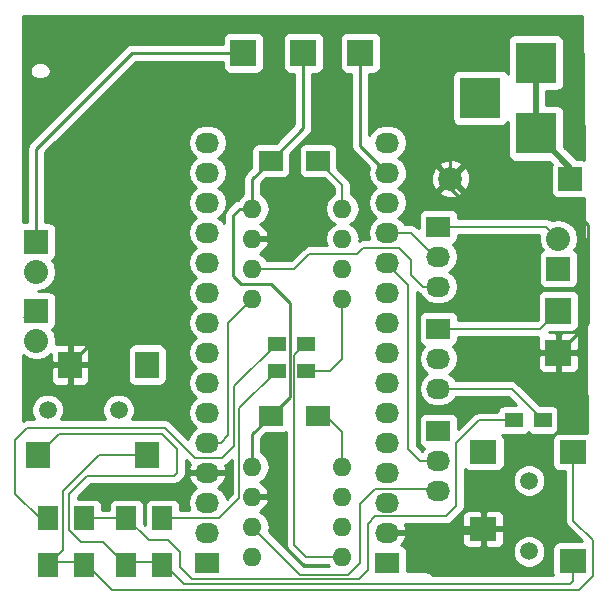
<source format=gtl>
G04 #@! TF.FileFunction,Copper,L1,Top,Signal*
%FSLAX46Y46*%
G04 Gerber Fmt 4.6, Leading zero omitted, Abs format (unit mm)*
G04 Created by KiCad (PCBNEW 4.0.4-stable) date 10/08/16 21:13:50*
%MOMM*%
%LPD*%
G01*
G04 APERTURE LIST*
%ADD10C,0.152400*%
%ADD11R,1.500000X1.250000*%
%ADD12C,1.998980*%
%ADD13R,1.998980X1.998980*%
%ADD14R,3.500120X3.500120*%
%ADD15R,2.032000X1.727200*%
%ADD16O,2.032000X1.727200*%
%ADD17R,2.032000X2.032000*%
%ADD18O,2.032000X2.032000*%
%ADD19R,2.235200X2.235200*%
%ADD20R,1.700000X2.000000*%
%ADD21R,2.000000X1.700000*%
%ADD22O,1.600000X1.600000*%
%ADD23R,2.000000X2.300000*%
%ADD24C,1.500000*%
%ADD25R,2.300000X2.000000*%
%ADD26C,0.254000*%
%ADD27C,0.127000*%
%ADD28C,0.500000*%
G04 APERTURE END LIST*
D10*
D11*
X156190000Y-99695000D03*
X153690000Y-99695000D03*
X136124000Y-93218000D03*
X133624000Y-93218000D03*
X136124000Y-95504000D03*
X133624000Y-95504000D03*
D12*
X148336000Y-79250540D03*
D13*
X158496000Y-79250540D03*
D14*
X155575000Y-75415140D03*
X155575000Y-69415660D03*
X150876000Y-72415400D03*
D15*
X147320000Y-91948000D03*
D16*
X147320000Y-94488000D03*
X147320000Y-97028000D03*
D15*
X147320000Y-100584000D03*
D16*
X147320000Y-103124000D03*
X147320000Y-105664000D03*
D15*
X147320000Y-83312000D03*
D16*
X147320000Y-85852000D03*
X147320000Y-88392000D03*
D17*
X113284000Y-84582000D03*
D18*
X113284000Y-87122000D03*
D17*
X113284000Y-90424000D03*
D18*
X113284000Y-92964000D03*
D19*
X157480000Y-90424000D03*
D17*
X157480000Y-86868000D03*
D18*
X157480000Y-84328000D03*
D20*
X120904000Y-107982000D03*
X120904000Y-111982000D03*
X117348000Y-107982000D03*
X117348000Y-111982000D03*
X114300000Y-107982000D03*
X114300000Y-111982000D03*
X123952000Y-107982000D03*
X123952000Y-111982000D03*
D21*
X137128000Y-99314000D03*
X133128000Y-99314000D03*
X137128000Y-77724000D03*
X133128000Y-77724000D03*
D19*
X130810000Y-68580000D03*
X135890000Y-68580000D03*
X140716000Y-68580000D03*
X157480000Y-93980000D03*
D22*
X131572000Y-103632000D03*
X131572000Y-106172000D03*
X131572000Y-108712000D03*
X131572000Y-111252000D03*
X139192000Y-111252000D03*
X139192000Y-108712000D03*
X139192000Y-106172000D03*
X139192000Y-103632000D03*
X131572000Y-81788000D03*
X131572000Y-84328000D03*
X131572000Y-86868000D03*
X131572000Y-89408000D03*
X139192000Y-89408000D03*
X139192000Y-86868000D03*
X139192000Y-84328000D03*
X139192000Y-81788000D03*
D15*
X127762000Y-111760000D03*
D16*
X127762000Y-109220000D03*
X127762000Y-106680000D03*
X127762000Y-104140000D03*
X127762000Y-101600000D03*
X127762000Y-99060000D03*
X127762000Y-96520000D03*
X127762000Y-93980000D03*
X127762000Y-91440000D03*
X127762000Y-88900000D03*
X127762000Y-86360000D03*
X127762000Y-83820000D03*
X127762000Y-81280000D03*
X127762000Y-78740000D03*
X127762000Y-76200000D03*
D15*
X143002000Y-111760000D03*
D16*
X143002000Y-109220000D03*
X143002000Y-106680000D03*
X143002000Y-104140000D03*
X143002000Y-101600000D03*
X143002000Y-99060000D03*
X143002000Y-96520000D03*
X143002000Y-93980000D03*
X143002000Y-91440000D03*
X143002000Y-88900000D03*
X143002000Y-86360000D03*
X143002000Y-83820000D03*
X143002000Y-81280000D03*
X143002000Y-78740000D03*
X143002000Y-76200000D03*
D23*
X122658000Y-94996000D03*
X113436000Y-102616000D03*
X122658000Y-102616000D03*
X116136000Y-94996000D03*
D24*
X114236000Y-98846000D03*
X120236000Y-98846000D03*
D25*
X151130000Y-102386000D03*
X158750000Y-111608000D03*
X158750000Y-102386000D03*
X151130000Y-108908000D03*
D24*
X154980000Y-110808000D03*
X154980000Y-104808000D03*
D26*
X113284000Y-84582000D02*
X113284000Y-76708000D01*
X121412000Y-68580000D02*
X130810000Y-68580000D01*
X113284000Y-76708000D02*
X121412000Y-68580000D01*
X140716000Y-68580000D02*
X140716000Y-76454000D01*
X140716000Y-76454000D02*
X143002000Y-78740000D01*
X141478000Y-68580000D02*
X141478000Y-69374000D01*
X135890000Y-68580000D02*
X135890000Y-74962000D01*
X135890000Y-74962000D02*
X133128000Y-77724000D01*
X133128000Y-99314000D02*
X133159500Y-99314000D01*
X133159500Y-99314000D02*
X134747000Y-97726500D01*
X130492500Y-81788000D02*
X131572000Y-81788000D01*
X129921000Y-82359500D02*
X130492500Y-81788000D01*
X129921000Y-87503000D02*
X129921000Y-82359500D01*
X130619500Y-88201500D02*
X129921000Y-87503000D01*
X133159500Y-88201500D02*
X130619500Y-88201500D01*
X134747000Y-89789000D02*
X133159500Y-88201500D01*
X134747000Y-97726500D02*
X134747000Y-89789000D01*
X131572000Y-81788000D02*
X131572000Y-79280000D01*
X131572000Y-79280000D02*
X133128000Y-77724000D01*
X131572000Y-103632000D02*
X131572000Y-100870000D01*
X131572000Y-100870000D02*
X133128000Y-99314000D01*
D10*
X147320000Y-83312000D02*
X156464000Y-83312000D01*
D27*
X156464000Y-83312000D02*
X157480000Y-84328000D01*
X147320000Y-85852000D02*
X147066000Y-85852000D01*
D10*
X147066000Y-85852000D02*
X145034000Y-83820000D01*
X145034000Y-83820000D02*
X142875000Y-83820000D01*
X147320000Y-103124000D02*
X145796000Y-103124000D01*
X145796000Y-103124000D02*
X144780000Y-102108000D01*
X144780000Y-102108000D02*
X144780000Y-88265000D01*
D27*
X144780000Y-88265000D02*
X142875000Y-86360000D01*
D10*
X147320000Y-91948000D02*
X155956000Y-91948000D01*
D27*
X155956000Y-91948000D02*
X157480000Y-90424000D01*
D10*
X122658000Y-102616000D02*
X118618000Y-102616000D01*
X115570000Y-110712000D02*
X114300000Y-111982000D01*
X115570000Y-105664000D02*
X115570000Y-110712000D01*
X118618000Y-102616000D02*
X115570000Y-105664000D01*
D27*
X158750000Y-102386000D02*
X158750000Y-108204000D01*
D10*
X158750000Y-108204000D02*
X160401000Y-109855000D01*
X160401000Y-109855000D02*
X160401000Y-112903000D01*
X160401000Y-112903000D02*
X159258000Y-114046000D01*
X159258000Y-114046000D02*
X119666000Y-114046000D01*
D27*
X119666000Y-114046000D02*
X117348000Y-111728000D01*
D10*
X114300000Y-111728000D02*
X117348000Y-111728000D01*
D27*
X123952000Y-100838000D02*
X115214000Y-100838000D01*
X115214000Y-100838000D02*
X113436000Y-102616000D01*
D10*
X118904000Y-109982000D02*
X120904000Y-111982000D01*
X117094000Y-109982000D02*
X118904000Y-109982000D01*
X116078000Y-108966000D02*
X117094000Y-109982000D01*
X116078000Y-105918000D02*
X116078000Y-108966000D01*
X117602000Y-104394000D02*
X116078000Y-105918000D01*
X124968000Y-104394000D02*
X117602000Y-104394000D01*
D27*
X125222000Y-104140000D02*
X124968000Y-104394000D01*
X125222000Y-102108000D02*
X125222000Y-104140000D01*
X123952000Y-100838000D02*
X125222000Y-102108000D01*
X158090000Y-111608000D02*
X158750000Y-111608000D01*
X157886000Y-111608000D02*
X158750000Y-111608000D01*
X120904000Y-111728000D02*
X123952000Y-111728000D01*
X158750000Y-111608000D02*
X158750000Y-113284000D01*
X125762000Y-113538000D02*
X123952000Y-111728000D01*
X158496000Y-113538000D02*
X125762000Y-113538000D01*
X158750000Y-113284000D02*
X158496000Y-113538000D01*
X127698500Y-78803500D02*
X127635000Y-78740000D01*
X127635000Y-101600000D02*
X128905000Y-101600000D01*
D10*
X128905000Y-101600000D02*
X129540000Y-100965000D01*
D27*
X129540000Y-91440000D02*
X131572000Y-89408000D01*
D10*
X129540000Y-100965000D02*
X129540000Y-91440000D01*
D27*
X128524000Y-83820000D02*
X127635000Y-83820000D01*
D10*
X131572000Y-108712000D02*
X135636000Y-112776000D01*
X139700000Y-112776000D02*
X135636000Y-112776000D01*
D27*
X147447000Y-105537000D02*
X147320000Y-105664000D01*
D10*
X141986000Y-105537000D02*
X147447000Y-105537000D01*
X140716000Y-106807000D02*
X141986000Y-105537000D01*
D27*
X140716000Y-111760000D02*
X140716000Y-106807000D01*
D10*
X140716000Y-111760000D02*
X139700000Y-112776000D01*
D27*
X147320000Y-88392000D02*
X146050000Y-88392000D01*
D10*
X135128000Y-86868000D02*
X131572000Y-86868000D01*
X136398000Y-85598000D02*
X135128000Y-86868000D01*
X140462000Y-85598000D02*
X136398000Y-85598000D01*
X140970000Y-85090000D02*
X140462000Y-85598000D01*
X144018000Y-85090000D02*
X140970000Y-85090000D01*
X145034000Y-86106000D02*
X144018000Y-85090000D01*
X145034000Y-87376000D02*
X145034000Y-86106000D01*
X146050000Y-88392000D02*
X145034000Y-87376000D01*
D26*
X116136000Y-94996000D02*
X116136000Y-94938000D01*
X116136000Y-94938000D02*
X124968000Y-86106000D01*
X124968000Y-86106000D02*
X124968000Y-74930000D01*
X124968000Y-74930000D02*
X127508000Y-72390000D01*
X127508000Y-72390000D02*
X131318000Y-72390000D01*
X131318000Y-72390000D02*
X133350000Y-70358000D01*
X133350000Y-70358000D02*
X133350000Y-67310000D01*
X133350000Y-67310000D02*
X134366000Y-66294000D01*
X134366000Y-66294000D02*
X144272000Y-66294000D01*
X144272000Y-66294000D02*
X148336000Y-70358000D01*
X148336000Y-70358000D02*
X148336000Y-79250540D01*
X142875000Y-109220000D02*
X150818000Y-109220000D01*
X150818000Y-109220000D02*
X151130000Y-108908000D01*
X151130000Y-108908000D02*
X155887000Y-108908000D01*
X157480000Y-100584000D02*
X157480000Y-93980000D01*
X156718000Y-101346000D02*
X157480000Y-100584000D01*
X156718000Y-108077000D02*
X156718000Y-101346000D01*
X155887000Y-108908000D02*
X156718000Y-108077000D01*
X148336000Y-79250540D02*
X148336000Y-80010000D01*
X148336000Y-80010000D02*
X149606000Y-81280000D01*
X149606000Y-81280000D02*
X158115000Y-81280000D01*
X158115000Y-81280000D02*
X160020000Y-83185000D01*
X160020000Y-83185000D02*
X160020000Y-91440000D01*
X157480000Y-93980000D02*
X160020000Y-91440000D01*
D10*
X147320000Y-97028000D02*
X153523000Y-97028000D01*
X153523000Y-97028000D02*
X156190000Y-99695000D01*
D27*
X140462000Y-113157000D02*
X140589000Y-113157000D01*
X147955000Y-107823000D02*
X148844000Y-106934000D01*
X141986000Y-107823000D02*
X147955000Y-107823000D01*
X141351000Y-108458000D02*
X141986000Y-107823000D01*
D10*
X141351000Y-112395000D02*
X141351000Y-108458000D01*
X140589000Y-113157000D02*
X141351000Y-112395000D01*
X140462000Y-113157000D02*
X126492000Y-113157000D01*
D27*
X148844000Y-101600000D02*
X148844000Y-106934000D01*
X150749000Y-99695000D02*
X148844000Y-101600000D01*
X153690000Y-99695000D02*
X150749000Y-99695000D01*
X122777000Y-109855000D02*
X120904000Y-107982000D01*
X124460000Y-109855000D02*
X122777000Y-109855000D01*
X125476000Y-110871000D02*
X124460000Y-109855000D01*
X125476000Y-112141000D02*
X125476000Y-110871000D01*
X126492000Y-113157000D02*
X125476000Y-112141000D01*
X117348000Y-107982000D02*
X120904000Y-107982000D01*
D10*
X139192000Y-111252000D02*
X136144000Y-111252000D01*
D27*
X135128000Y-94214000D02*
X136124000Y-93218000D01*
D10*
X135128000Y-110236000D02*
X135128000Y-94214000D01*
X136144000Y-111252000D02*
X135128000Y-110236000D01*
D27*
X112522000Y-100330000D02*
X124206000Y-100330000D01*
D10*
X130048000Y-101346000D02*
X130048000Y-96794000D01*
X133624000Y-93218000D02*
X130048000Y-96794000D01*
X124206000Y-100330000D02*
X126746000Y-102870000D01*
X126746000Y-102870000D02*
X129032000Y-102870000D01*
D27*
X129032000Y-102870000D02*
X130048000Y-101854000D01*
X130048000Y-101854000D02*
X130048000Y-101346000D01*
X111506000Y-101346000D02*
X112522000Y-100330000D01*
D10*
X111506000Y-105918000D02*
X111506000Y-101346000D01*
X111506000Y-105918000D02*
X113570000Y-107982000D01*
D27*
X114300000Y-107982000D02*
X113570000Y-107982000D01*
D10*
X136124000Y-95504000D02*
X138176000Y-95504000D01*
X139192000Y-94488000D02*
X139192000Y-89408000D01*
X138176000Y-95504000D02*
X139192000Y-94488000D01*
X123952000Y-107982000D02*
X128746000Y-107982000D01*
X130429000Y-98699000D02*
X133624000Y-95504000D01*
X130429000Y-106299000D02*
X130429000Y-98699000D01*
X128746000Y-107982000D02*
X130429000Y-106299000D01*
D27*
X137128000Y-99314000D02*
X137795000Y-99314000D01*
X137795000Y-99314000D02*
X139192000Y-100711000D01*
X139192000Y-100711000D02*
X139192000Y-103632000D01*
D10*
X139192000Y-81788000D02*
X139192000Y-79788000D01*
X139192000Y-79788000D02*
X137128000Y-77724000D01*
D28*
X155575000Y-69415660D02*
X155575000Y-75415140D01*
D27*
X158496000Y-79250540D02*
X158496000Y-78336140D01*
D28*
X158496000Y-78336140D02*
X155575000Y-75415140D01*
D27*
X113284000Y-90932000D02*
X112268000Y-90932000D01*
D26*
G36*
X154975910Y-100771441D02*
X155188110Y-100916431D01*
X155440000Y-100967440D01*
X156940000Y-100967440D01*
X157143630Y-100929124D01*
X157003569Y-101134110D01*
X156952560Y-101386000D01*
X156952560Y-103386000D01*
X156996838Y-103621317D01*
X157135910Y-103837441D01*
X157348110Y-103982431D01*
X157600000Y-104033440D01*
X158051500Y-104033440D01*
X158051500Y-108204000D01*
X158104670Y-108471305D01*
X158256086Y-108697914D01*
X159518732Y-109960560D01*
X157600000Y-109960560D01*
X157364683Y-110004838D01*
X157148559Y-110143910D01*
X157003569Y-110356110D01*
X156952560Y-110608000D01*
X156952560Y-112608000D01*
X156996120Y-112839500D01*
X146788790Y-112839500D01*
X146670914Y-112663086D01*
X146444304Y-112511670D01*
X146177000Y-112458500D01*
X144665440Y-112458500D01*
X144665440Y-111082285D01*
X153594760Y-111082285D01*
X153805169Y-111591515D01*
X154194436Y-111981461D01*
X154703298Y-112192759D01*
X155254285Y-112193240D01*
X155763515Y-111982831D01*
X156153461Y-111593564D01*
X156364759Y-111084702D01*
X156365240Y-110533715D01*
X156154831Y-110024485D01*
X155765564Y-109634539D01*
X155256702Y-109423241D01*
X154705715Y-109422760D01*
X154196485Y-109633169D01*
X153806539Y-110022436D01*
X153595241Y-110531298D01*
X153594760Y-111082285D01*
X144665440Y-111082285D01*
X144665440Y-110896400D01*
X144621162Y-110661083D01*
X144482090Y-110444959D01*
X144269890Y-110299969D01*
X144175073Y-110280768D01*
X144352732Y-110122036D01*
X144606709Y-109594791D01*
X144609358Y-109579026D01*
X144488217Y-109347000D01*
X143129000Y-109347000D01*
X143129000Y-109367000D01*
X142875000Y-109367000D01*
X142875000Y-109347000D01*
X142855000Y-109347000D01*
X142855000Y-109193750D01*
X149345000Y-109193750D01*
X149345000Y-110034310D01*
X149441673Y-110267699D01*
X149620302Y-110446327D01*
X149853691Y-110543000D01*
X150844250Y-110543000D01*
X151003000Y-110384250D01*
X151003000Y-109035000D01*
X151257000Y-109035000D01*
X151257000Y-110384250D01*
X151415750Y-110543000D01*
X152406309Y-110543000D01*
X152639698Y-110446327D01*
X152818327Y-110267699D01*
X152915000Y-110034310D01*
X152915000Y-109193750D01*
X152756250Y-109035000D01*
X151257000Y-109035000D01*
X151003000Y-109035000D01*
X149503750Y-109035000D01*
X149345000Y-109193750D01*
X142855000Y-109193750D01*
X142855000Y-109093000D01*
X142875000Y-109093000D01*
X142875000Y-109073000D01*
X143129000Y-109073000D01*
X143129000Y-109093000D01*
X144488217Y-109093000D01*
X144609358Y-108860974D01*
X144606709Y-108845209D01*
X144450776Y-108521500D01*
X147955000Y-108521500D01*
X148222305Y-108468330D01*
X148448914Y-108316914D01*
X148984138Y-107781690D01*
X149345000Y-107781690D01*
X149345000Y-108622250D01*
X149503750Y-108781000D01*
X151003000Y-108781000D01*
X151003000Y-107431750D01*
X151257000Y-107431750D01*
X151257000Y-108781000D01*
X152756250Y-108781000D01*
X152915000Y-108622250D01*
X152915000Y-107781690D01*
X152818327Y-107548301D01*
X152639698Y-107369673D01*
X152406309Y-107273000D01*
X151415750Y-107273000D01*
X151257000Y-107431750D01*
X151003000Y-107431750D01*
X150844250Y-107273000D01*
X149853691Y-107273000D01*
X149620302Y-107369673D01*
X149441673Y-107548301D01*
X149345000Y-107781690D01*
X148984138Y-107781690D01*
X149337914Y-107427914D01*
X149489330Y-107201305D01*
X149542500Y-106934000D01*
X149542500Y-105082285D01*
X153594760Y-105082285D01*
X153805169Y-105591515D01*
X154194436Y-105981461D01*
X154703298Y-106192759D01*
X155254285Y-106193240D01*
X155763515Y-105982831D01*
X156153461Y-105593564D01*
X156364759Y-105084702D01*
X156365240Y-104533715D01*
X156154831Y-104024485D01*
X155765564Y-103634539D01*
X155256702Y-103423241D01*
X154705715Y-103422760D01*
X154196485Y-103633169D01*
X153806539Y-104022436D01*
X153595241Y-104531298D01*
X153594760Y-105082285D01*
X149542500Y-105082285D01*
X149542500Y-103855609D01*
X149728110Y-103982431D01*
X149980000Y-104033440D01*
X152280000Y-104033440D01*
X152515317Y-103989162D01*
X152731441Y-103850090D01*
X152876431Y-103637890D01*
X152927440Y-103386000D01*
X152927440Y-101386000D01*
X152883162Y-101150683D01*
X152744090Y-100934559D01*
X152729963Y-100924906D01*
X152940000Y-100967440D01*
X154440000Y-100967440D01*
X154675317Y-100923162D01*
X154891441Y-100784090D01*
X154939134Y-100714289D01*
X154975910Y-100771441D01*
X154975910Y-100771441D01*
G37*
X154975910Y-100771441D02*
X155188110Y-100916431D01*
X155440000Y-100967440D01*
X156940000Y-100967440D01*
X157143630Y-100929124D01*
X157003569Y-101134110D01*
X156952560Y-101386000D01*
X156952560Y-103386000D01*
X156996838Y-103621317D01*
X157135910Y-103837441D01*
X157348110Y-103982431D01*
X157600000Y-104033440D01*
X158051500Y-104033440D01*
X158051500Y-108204000D01*
X158104670Y-108471305D01*
X158256086Y-108697914D01*
X159518732Y-109960560D01*
X157600000Y-109960560D01*
X157364683Y-110004838D01*
X157148559Y-110143910D01*
X157003569Y-110356110D01*
X156952560Y-110608000D01*
X156952560Y-112608000D01*
X156996120Y-112839500D01*
X146788790Y-112839500D01*
X146670914Y-112663086D01*
X146444304Y-112511670D01*
X146177000Y-112458500D01*
X144665440Y-112458500D01*
X144665440Y-111082285D01*
X153594760Y-111082285D01*
X153805169Y-111591515D01*
X154194436Y-111981461D01*
X154703298Y-112192759D01*
X155254285Y-112193240D01*
X155763515Y-111982831D01*
X156153461Y-111593564D01*
X156364759Y-111084702D01*
X156365240Y-110533715D01*
X156154831Y-110024485D01*
X155765564Y-109634539D01*
X155256702Y-109423241D01*
X154705715Y-109422760D01*
X154196485Y-109633169D01*
X153806539Y-110022436D01*
X153595241Y-110531298D01*
X153594760Y-111082285D01*
X144665440Y-111082285D01*
X144665440Y-110896400D01*
X144621162Y-110661083D01*
X144482090Y-110444959D01*
X144269890Y-110299969D01*
X144175073Y-110280768D01*
X144352732Y-110122036D01*
X144606709Y-109594791D01*
X144609358Y-109579026D01*
X144488217Y-109347000D01*
X143129000Y-109347000D01*
X143129000Y-109367000D01*
X142875000Y-109367000D01*
X142875000Y-109347000D01*
X142855000Y-109347000D01*
X142855000Y-109193750D01*
X149345000Y-109193750D01*
X149345000Y-110034310D01*
X149441673Y-110267699D01*
X149620302Y-110446327D01*
X149853691Y-110543000D01*
X150844250Y-110543000D01*
X151003000Y-110384250D01*
X151003000Y-109035000D01*
X151257000Y-109035000D01*
X151257000Y-110384250D01*
X151415750Y-110543000D01*
X152406309Y-110543000D01*
X152639698Y-110446327D01*
X152818327Y-110267699D01*
X152915000Y-110034310D01*
X152915000Y-109193750D01*
X152756250Y-109035000D01*
X151257000Y-109035000D01*
X151003000Y-109035000D01*
X149503750Y-109035000D01*
X149345000Y-109193750D01*
X142855000Y-109193750D01*
X142855000Y-109093000D01*
X142875000Y-109093000D01*
X142875000Y-109073000D01*
X143129000Y-109073000D01*
X143129000Y-109093000D01*
X144488217Y-109093000D01*
X144609358Y-108860974D01*
X144606709Y-108845209D01*
X144450776Y-108521500D01*
X147955000Y-108521500D01*
X148222305Y-108468330D01*
X148448914Y-108316914D01*
X148984138Y-107781690D01*
X149345000Y-107781690D01*
X149345000Y-108622250D01*
X149503750Y-108781000D01*
X151003000Y-108781000D01*
X151003000Y-107431750D01*
X151257000Y-107431750D01*
X151257000Y-108781000D01*
X152756250Y-108781000D01*
X152915000Y-108622250D01*
X152915000Y-107781690D01*
X152818327Y-107548301D01*
X152639698Y-107369673D01*
X152406309Y-107273000D01*
X151415750Y-107273000D01*
X151257000Y-107431750D01*
X151003000Y-107431750D01*
X150844250Y-107273000D01*
X149853691Y-107273000D01*
X149620302Y-107369673D01*
X149441673Y-107548301D01*
X149345000Y-107781690D01*
X148984138Y-107781690D01*
X149337914Y-107427914D01*
X149489330Y-107201305D01*
X149542500Y-106934000D01*
X149542500Y-105082285D01*
X153594760Y-105082285D01*
X153805169Y-105591515D01*
X154194436Y-105981461D01*
X154703298Y-106192759D01*
X155254285Y-106193240D01*
X155763515Y-105982831D01*
X156153461Y-105593564D01*
X156364759Y-105084702D01*
X156365240Y-104533715D01*
X156154831Y-104024485D01*
X155765564Y-103634539D01*
X155256702Y-103423241D01*
X154705715Y-103422760D01*
X154196485Y-103633169D01*
X153806539Y-104022436D01*
X153595241Y-104531298D01*
X153594760Y-105082285D01*
X149542500Y-105082285D01*
X149542500Y-103855609D01*
X149728110Y-103982431D01*
X149980000Y-104033440D01*
X152280000Y-104033440D01*
X152515317Y-103989162D01*
X152731441Y-103850090D01*
X152876431Y-103637890D01*
X152927440Y-103386000D01*
X152927440Y-101386000D01*
X152883162Y-101150683D01*
X152744090Y-100934559D01*
X152729963Y-100924906D01*
X152940000Y-100967440D01*
X154440000Y-100967440D01*
X154675317Y-100923162D01*
X154891441Y-100784090D01*
X154939134Y-100714289D01*
X154975910Y-100771441D01*
G36*
X134429500Y-110236000D02*
X134482670Y-110503305D01*
X134634086Y-110729914D01*
X135650086Y-111745914D01*
X135876695Y-111897330D01*
X136144000Y-111950500D01*
X137937912Y-111950500D01*
X138022771Y-112077500D01*
X135925328Y-112077500D01*
X132956258Y-109108430D01*
X133035113Y-108712000D01*
X132925880Y-108162849D01*
X132614811Y-107697302D01*
X132210297Y-107427014D01*
X132427134Y-107324389D01*
X132803041Y-106909423D01*
X132963904Y-106521039D01*
X132841915Y-106299000D01*
X131699000Y-106299000D01*
X131699000Y-106319000D01*
X131445000Y-106319000D01*
X131445000Y-106299000D01*
X131425000Y-106299000D01*
X131425000Y-106045000D01*
X131445000Y-106045000D01*
X131445000Y-106025000D01*
X131699000Y-106025000D01*
X131699000Y-106045000D01*
X132841915Y-106045000D01*
X132963904Y-105822961D01*
X132803041Y-105434577D01*
X132427134Y-105019611D01*
X132210297Y-104916986D01*
X132614811Y-104646698D01*
X132925880Y-104181151D01*
X133035113Y-103632000D01*
X132925880Y-103082849D01*
X132614811Y-102617302D01*
X132334000Y-102429670D01*
X132334000Y-101185630D01*
X132708190Y-100811440D01*
X134128000Y-100811440D01*
X134363317Y-100767162D01*
X134429500Y-100724574D01*
X134429500Y-110236000D01*
X134429500Y-110236000D01*
G37*
X134429500Y-110236000D02*
X134482670Y-110503305D01*
X134634086Y-110729914D01*
X135650086Y-111745914D01*
X135876695Y-111897330D01*
X136144000Y-111950500D01*
X137937912Y-111950500D01*
X138022771Y-112077500D01*
X135925328Y-112077500D01*
X132956258Y-109108430D01*
X133035113Y-108712000D01*
X132925880Y-108162849D01*
X132614811Y-107697302D01*
X132210297Y-107427014D01*
X132427134Y-107324389D01*
X132803041Y-106909423D01*
X132963904Y-106521039D01*
X132841915Y-106299000D01*
X131699000Y-106299000D01*
X131699000Y-106319000D01*
X131445000Y-106319000D01*
X131445000Y-106299000D01*
X131425000Y-106299000D01*
X131425000Y-106045000D01*
X131445000Y-106045000D01*
X131445000Y-106025000D01*
X131699000Y-106025000D01*
X131699000Y-106045000D01*
X132841915Y-106045000D01*
X132963904Y-105822961D01*
X132803041Y-105434577D01*
X132427134Y-105019611D01*
X132210297Y-104916986D01*
X132614811Y-104646698D01*
X132925880Y-104181151D01*
X133035113Y-103632000D01*
X132925880Y-103082849D01*
X132614811Y-102617302D01*
X132334000Y-102429670D01*
X132334000Y-101185630D01*
X132708190Y-100811440D01*
X134128000Y-100811440D01*
X134363317Y-100767162D01*
X134429500Y-100724574D01*
X134429500Y-110236000D01*
G36*
X129857500Y-105882672D02*
X129381441Y-106358731D01*
X129331271Y-106106511D01*
X129006415Y-105620330D01*
X128696931Y-105413539D01*
X129112732Y-105042036D01*
X129366709Y-104514791D01*
X129369358Y-104499026D01*
X129248217Y-104267000D01*
X127889000Y-104267000D01*
X127889000Y-104287000D01*
X127635000Y-104287000D01*
X127635000Y-104267000D01*
X126275783Y-104267000D01*
X126154642Y-104499026D01*
X126157291Y-104514791D01*
X126411268Y-105042036D01*
X126827069Y-105413539D01*
X126517585Y-105620330D01*
X126192729Y-106106511D01*
X126078655Y-106680000D01*
X126192729Y-107253489D01*
X126212782Y-107283500D01*
X125449440Y-107283500D01*
X125449440Y-106982000D01*
X125405162Y-106746683D01*
X125266090Y-106530559D01*
X125053890Y-106385569D01*
X124802000Y-106334560D01*
X123102000Y-106334560D01*
X122866683Y-106378838D01*
X122650559Y-106517910D01*
X122505569Y-106730110D01*
X122454560Y-106982000D01*
X122454560Y-108544732D01*
X122401440Y-108491612D01*
X122401440Y-106982000D01*
X122357162Y-106746683D01*
X122218090Y-106530559D01*
X122005890Y-106385569D01*
X121754000Y-106334560D01*
X120054000Y-106334560D01*
X119818683Y-106378838D01*
X119602559Y-106517910D01*
X119457569Y-106730110D01*
X119406560Y-106982000D01*
X119406560Y-107283500D01*
X118845440Y-107283500D01*
X118845440Y-106982000D01*
X118801162Y-106746683D01*
X118662090Y-106530559D01*
X118449890Y-106385569D01*
X118198000Y-106334560D01*
X116776500Y-106334560D01*
X116776500Y-106207328D01*
X117891328Y-105092500D01*
X124968000Y-105092500D01*
X125235305Y-105039330D01*
X125461914Y-104887914D01*
X125715914Y-104633914D01*
X125867330Y-104407305D01*
X125920500Y-104140000D01*
X125920500Y-103032328D01*
X126252086Y-103363914D01*
X126326610Y-103413710D01*
X126157291Y-103765209D01*
X126154642Y-103780974D01*
X126275783Y-104013000D01*
X127635000Y-104013000D01*
X127635000Y-103993000D01*
X127889000Y-103993000D01*
X127889000Y-104013000D01*
X129248217Y-104013000D01*
X129369358Y-103780974D01*
X129366709Y-103765209D01*
X129250972Y-103524944D01*
X129299305Y-103515330D01*
X129525914Y-103363914D01*
X129857500Y-103032328D01*
X129857500Y-105882672D01*
X129857500Y-105882672D01*
G37*
X129857500Y-105882672D02*
X129381441Y-106358731D01*
X129331271Y-106106511D01*
X129006415Y-105620330D01*
X128696931Y-105413539D01*
X129112732Y-105042036D01*
X129366709Y-104514791D01*
X129369358Y-104499026D01*
X129248217Y-104267000D01*
X127889000Y-104267000D01*
X127889000Y-104287000D01*
X127635000Y-104287000D01*
X127635000Y-104267000D01*
X126275783Y-104267000D01*
X126154642Y-104499026D01*
X126157291Y-104514791D01*
X126411268Y-105042036D01*
X126827069Y-105413539D01*
X126517585Y-105620330D01*
X126192729Y-106106511D01*
X126078655Y-106680000D01*
X126192729Y-107253489D01*
X126212782Y-107283500D01*
X125449440Y-107283500D01*
X125449440Y-106982000D01*
X125405162Y-106746683D01*
X125266090Y-106530559D01*
X125053890Y-106385569D01*
X124802000Y-106334560D01*
X123102000Y-106334560D01*
X122866683Y-106378838D01*
X122650559Y-106517910D01*
X122505569Y-106730110D01*
X122454560Y-106982000D01*
X122454560Y-108544732D01*
X122401440Y-108491612D01*
X122401440Y-106982000D01*
X122357162Y-106746683D01*
X122218090Y-106530559D01*
X122005890Y-106385569D01*
X121754000Y-106334560D01*
X120054000Y-106334560D01*
X119818683Y-106378838D01*
X119602559Y-106517910D01*
X119457569Y-106730110D01*
X119406560Y-106982000D01*
X119406560Y-107283500D01*
X118845440Y-107283500D01*
X118845440Y-106982000D01*
X118801162Y-106746683D01*
X118662090Y-106530559D01*
X118449890Y-106385569D01*
X118198000Y-106334560D01*
X116776500Y-106334560D01*
X116776500Y-106207328D01*
X117891328Y-105092500D01*
X124968000Y-105092500D01*
X125235305Y-105039330D01*
X125461914Y-104887914D01*
X125715914Y-104633914D01*
X125867330Y-104407305D01*
X125920500Y-104140000D01*
X125920500Y-103032328D01*
X126252086Y-103363914D01*
X126326610Y-103413710D01*
X126157291Y-103765209D01*
X126154642Y-103780974D01*
X126275783Y-104013000D01*
X127635000Y-104013000D01*
X127635000Y-103993000D01*
X127889000Y-103993000D01*
X127889000Y-104013000D01*
X129248217Y-104013000D01*
X129369358Y-103780974D01*
X129366709Y-103765209D01*
X129250972Y-103524944D01*
X129299305Y-103515330D01*
X129525914Y-103363914D01*
X129857500Y-103032328D01*
X129857500Y-105882672D01*
G36*
X159647408Y-77634374D02*
X159495490Y-77603610D01*
X159015049Y-77603610D01*
X157972500Y-76561061D01*
X157972500Y-73665080D01*
X157928222Y-73429763D01*
X157789150Y-73213639D01*
X157576950Y-73068649D01*
X157325060Y-73017640D01*
X156460000Y-73017640D01*
X156460000Y-71813160D01*
X157325060Y-71813160D01*
X157560377Y-71768882D01*
X157776501Y-71629810D01*
X157921491Y-71417610D01*
X157972500Y-71165720D01*
X157972500Y-67665600D01*
X157928222Y-67430283D01*
X157789150Y-67214159D01*
X157576950Y-67069169D01*
X157325060Y-67018160D01*
X153824940Y-67018160D01*
X153589623Y-67062438D01*
X153373499Y-67201510D01*
X153228509Y-67413710D01*
X153177500Y-67665600D01*
X153177500Y-70349645D01*
X153090150Y-70213899D01*
X152877950Y-70068909D01*
X152626060Y-70017900D01*
X149125940Y-70017900D01*
X148890623Y-70062178D01*
X148674499Y-70201250D01*
X148529509Y-70413450D01*
X148478500Y-70665340D01*
X148478500Y-74165460D01*
X148522778Y-74400777D01*
X148661850Y-74616901D01*
X148874050Y-74761891D01*
X149125940Y-74812900D01*
X152626060Y-74812900D01*
X152861377Y-74768622D01*
X153077501Y-74629550D01*
X153177500Y-74483197D01*
X153177500Y-77165200D01*
X153221778Y-77400517D01*
X153360850Y-77616641D01*
X153573050Y-77761631D01*
X153824940Y-77812640D01*
X156720921Y-77812640D01*
X156903067Y-77994787D01*
X156900079Y-77999160D01*
X156849070Y-78251050D01*
X156849070Y-80250030D01*
X156893348Y-80485347D01*
X157032420Y-80701471D01*
X157244620Y-80846461D01*
X157496510Y-80897470D01*
X159495490Y-80897470D01*
X159681388Y-80862491D01*
X159890609Y-100738560D01*
X157600000Y-100738560D01*
X157396370Y-100776876D01*
X157536431Y-100571890D01*
X157587440Y-100320000D01*
X157587440Y-99070000D01*
X157543162Y-98834683D01*
X157404090Y-98618559D01*
X157191890Y-98473569D01*
X156940000Y-98422560D01*
X155905388Y-98422560D01*
X154016914Y-96534086D01*
X153790305Y-96382670D01*
X153523000Y-96329500D01*
X148805741Y-96329500D01*
X148564415Y-95968330D01*
X148249634Y-95758000D01*
X148564415Y-95547670D01*
X148889271Y-95061489D01*
X149003345Y-94488000D01*
X148959137Y-94265750D01*
X155727400Y-94265750D01*
X155727400Y-95223910D01*
X155824073Y-95457299D01*
X156002702Y-95635927D01*
X156236091Y-95732600D01*
X157194250Y-95732600D01*
X157353000Y-95573850D01*
X157353000Y-94107000D01*
X157607000Y-94107000D01*
X157607000Y-95573850D01*
X157765750Y-95732600D01*
X158723909Y-95732600D01*
X158957298Y-95635927D01*
X159135927Y-95457299D01*
X159232600Y-95223910D01*
X159232600Y-94265750D01*
X159073850Y-94107000D01*
X157607000Y-94107000D01*
X157353000Y-94107000D01*
X155886150Y-94107000D01*
X155727400Y-94265750D01*
X148959137Y-94265750D01*
X148889271Y-93914511D01*
X148564415Y-93428330D01*
X148550087Y-93418757D01*
X148571317Y-93414762D01*
X148787441Y-93275690D01*
X148932431Y-93063490D01*
X148983440Y-92811600D01*
X148983440Y-92646500D01*
X155764509Y-92646500D01*
X155727400Y-92736090D01*
X155727400Y-93694250D01*
X155886150Y-93853000D01*
X157353000Y-93853000D01*
X157353000Y-92386150D01*
X157607000Y-92386150D01*
X157607000Y-93853000D01*
X159073850Y-93853000D01*
X159232600Y-93694250D01*
X159232600Y-92736090D01*
X159135927Y-92502701D01*
X158957298Y-92324073D01*
X158723909Y-92227400D01*
X157765750Y-92227400D01*
X157607000Y-92386150D01*
X157353000Y-92386150D01*
X157194250Y-92227400D01*
X156664428Y-92227400D01*
X156702788Y-92189040D01*
X158597600Y-92189040D01*
X158832917Y-92144762D01*
X159049041Y-92005690D01*
X159194031Y-91793490D01*
X159245040Y-91541600D01*
X159245040Y-89306400D01*
X159200762Y-89071083D01*
X159061690Y-88854959D01*
X158849490Y-88709969D01*
X158597600Y-88658960D01*
X156362400Y-88658960D01*
X156127083Y-88703238D01*
X155910959Y-88842310D01*
X155765969Y-89054510D01*
X155714960Y-89306400D01*
X155714960Y-91201212D01*
X155666672Y-91249500D01*
X148983440Y-91249500D01*
X148983440Y-91084400D01*
X148939162Y-90849083D01*
X148800090Y-90632959D01*
X148587890Y-90487969D01*
X148336000Y-90436960D01*
X146304000Y-90436960D01*
X146068683Y-90481238D01*
X145852559Y-90620310D01*
X145707569Y-90832510D01*
X145656560Y-91084400D01*
X145656560Y-92811600D01*
X145700838Y-93046917D01*
X145839910Y-93263041D01*
X146052110Y-93408031D01*
X146093439Y-93416400D01*
X146075585Y-93428330D01*
X145750729Y-93914511D01*
X145636655Y-94488000D01*
X145750729Y-95061489D01*
X146075585Y-95547670D01*
X146390366Y-95758000D01*
X146075585Y-95968330D01*
X145750729Y-96454511D01*
X145636655Y-97028000D01*
X145750729Y-97601489D01*
X146075585Y-98087670D01*
X146561766Y-98412526D01*
X147135255Y-98526600D01*
X147504745Y-98526600D01*
X148078234Y-98412526D01*
X148564415Y-98087670D01*
X148805741Y-97726500D01*
X153233672Y-97726500D01*
X153929732Y-98422560D01*
X152940000Y-98422560D01*
X152704683Y-98466838D01*
X152488559Y-98605910D01*
X152343569Y-98818110D01*
X152307444Y-98996500D01*
X150749000Y-98996500D01*
X150481695Y-99049670D01*
X150255086Y-99201086D01*
X148983440Y-100472732D01*
X148983440Y-99720400D01*
X148939162Y-99485083D01*
X148800090Y-99268959D01*
X148587890Y-99123969D01*
X148336000Y-99072960D01*
X146304000Y-99072960D01*
X146068683Y-99117238D01*
X145852559Y-99256310D01*
X145707569Y-99468510D01*
X145656560Y-99720400D01*
X145656560Y-101447600D01*
X145700838Y-101682917D01*
X145839910Y-101899041D01*
X146052110Y-102044031D01*
X146093439Y-102052400D01*
X146075585Y-102064330D01*
X145934823Y-102274995D01*
X145478500Y-101818672D01*
X145478500Y-88808328D01*
X145556086Y-88885914D01*
X145782695Y-89037330D01*
X145801190Y-89041009D01*
X146075585Y-89451670D01*
X146561766Y-89776526D01*
X147135255Y-89890600D01*
X147504745Y-89890600D01*
X148078234Y-89776526D01*
X148564415Y-89451670D01*
X148889271Y-88965489D01*
X149003345Y-88392000D01*
X148889271Y-87818511D01*
X148564415Y-87332330D01*
X148249634Y-87122000D01*
X148564415Y-86911670D01*
X148889271Y-86425489D01*
X149003345Y-85852000D01*
X148889271Y-85278511D01*
X148564415Y-84792330D01*
X148550087Y-84782757D01*
X148571317Y-84778762D01*
X148787441Y-84639690D01*
X148932431Y-84427490D01*
X148983440Y-84175600D01*
X148983440Y-84010500D01*
X155859810Y-84010500D01*
X155796655Y-84328000D01*
X155922330Y-84959810D01*
X156149499Y-85299792D01*
X156012559Y-85387910D01*
X155867569Y-85600110D01*
X155816560Y-85852000D01*
X155816560Y-87884000D01*
X155860838Y-88119317D01*
X155999910Y-88335441D01*
X156212110Y-88480431D01*
X156464000Y-88531440D01*
X158496000Y-88531440D01*
X158731317Y-88487162D01*
X158947441Y-88348090D01*
X159092431Y-88135890D01*
X159143440Y-87884000D01*
X159143440Y-85852000D01*
X159099162Y-85616683D01*
X158960090Y-85400559D01*
X158811163Y-85298802D01*
X159037670Y-84959810D01*
X159163345Y-84328000D01*
X159037670Y-83696190D01*
X158679778Y-83160567D01*
X158144155Y-82802675D01*
X157512345Y-82677000D01*
X157447655Y-82677000D01*
X156907550Y-82784434D01*
X156731305Y-82666670D01*
X156464000Y-82613500D01*
X148983440Y-82613500D01*
X148983440Y-82448400D01*
X148939162Y-82213083D01*
X148800090Y-81996959D01*
X148587890Y-81851969D01*
X148336000Y-81800960D01*
X146304000Y-81800960D01*
X146068683Y-81845238D01*
X145852559Y-81984310D01*
X145707569Y-82196510D01*
X145656560Y-82448400D01*
X145656560Y-83454732D01*
X145527914Y-83326086D01*
X145301305Y-83174670D01*
X145034000Y-83121500D01*
X144487741Y-83121500D01*
X144246415Y-82760330D01*
X143931634Y-82550000D01*
X144246415Y-82339670D01*
X144571271Y-81853489D01*
X144685345Y-81280000D01*
X144571271Y-80706511D01*
X144368273Y-80402703D01*
X147363443Y-80402703D01*
X147462042Y-80669505D01*
X148071582Y-80895941D01*
X148721377Y-80871881D01*
X149209958Y-80669505D01*
X149308557Y-80402703D01*
X148336000Y-79430145D01*
X147363443Y-80402703D01*
X144368273Y-80402703D01*
X144246415Y-80220330D01*
X143931634Y-80010000D01*
X144246415Y-79799670D01*
X144571271Y-79313489D01*
X144636388Y-78986122D01*
X146690599Y-78986122D01*
X146714659Y-79635917D01*
X146917035Y-80124498D01*
X147183837Y-80223097D01*
X148156395Y-79250540D01*
X148515605Y-79250540D01*
X149488163Y-80223097D01*
X149754965Y-80124498D01*
X149981401Y-79514958D01*
X149957341Y-78865163D01*
X149754965Y-78376582D01*
X149488163Y-78277983D01*
X148515605Y-79250540D01*
X148156395Y-79250540D01*
X147183837Y-78277983D01*
X146917035Y-78376582D01*
X146690599Y-78986122D01*
X144636388Y-78986122D01*
X144685345Y-78740000D01*
X144571271Y-78166511D01*
X144525746Y-78098377D01*
X147363443Y-78098377D01*
X148336000Y-79070935D01*
X149308557Y-78098377D01*
X149209958Y-77831575D01*
X148600418Y-77605139D01*
X147950623Y-77629199D01*
X147462042Y-77831575D01*
X147363443Y-78098377D01*
X144525746Y-78098377D01*
X144246415Y-77680330D01*
X143931634Y-77470000D01*
X144246415Y-77259670D01*
X144571271Y-76773489D01*
X144685345Y-76200000D01*
X144571271Y-75626511D01*
X144246415Y-75140330D01*
X143760234Y-74815474D01*
X143186745Y-74701400D01*
X142817255Y-74701400D01*
X142243766Y-74815474D01*
X141757585Y-75140330D01*
X141478000Y-75558758D01*
X141478000Y-70345040D01*
X141833600Y-70345040D01*
X142068917Y-70300762D01*
X142285041Y-70161690D01*
X142430031Y-69949490D01*
X142481040Y-69697600D01*
X142481040Y-67462400D01*
X142436762Y-67227083D01*
X142297690Y-67010959D01*
X142085490Y-66865969D01*
X141833600Y-66814960D01*
X139598400Y-66814960D01*
X139363083Y-66859238D01*
X139146959Y-66998310D01*
X139001969Y-67210510D01*
X138950960Y-67462400D01*
X138950960Y-69697600D01*
X138995238Y-69932917D01*
X139134310Y-70149041D01*
X139346510Y-70294031D01*
X139598400Y-70345040D01*
X139954000Y-70345040D01*
X139954000Y-76454000D01*
X140012004Y-76745605D01*
X140030636Y-76773489D01*
X140177185Y-76992815D01*
X141419149Y-78234780D01*
X141318655Y-78740000D01*
X141432729Y-79313489D01*
X141757585Y-79799670D01*
X142072366Y-80010000D01*
X141757585Y-80220330D01*
X141432729Y-80706511D01*
X141318655Y-81280000D01*
X141432729Y-81853489D01*
X141757585Y-82339670D01*
X142072366Y-82550000D01*
X141757585Y-82760330D01*
X141432729Y-83246511D01*
X141318655Y-83820000D01*
X141432333Y-84391500D01*
X140970000Y-84391500D01*
X140702696Y-84444670D01*
X140621055Y-84499221D01*
X140655113Y-84328000D01*
X140545880Y-83778849D01*
X140234811Y-83313302D01*
X139852725Y-83058000D01*
X140234811Y-82802698D01*
X140545880Y-82337151D01*
X140655113Y-81788000D01*
X140545880Y-81238849D01*
X140234811Y-80773302D01*
X139890500Y-80543240D01*
X139890500Y-79788000D01*
X139837330Y-79520696D01*
X139837330Y-79520695D01*
X139685914Y-79294086D01*
X138775440Y-78383612D01*
X138775440Y-76874000D01*
X138731162Y-76638683D01*
X138592090Y-76422559D01*
X138379890Y-76277569D01*
X138128000Y-76226560D01*
X136128000Y-76226560D01*
X135892683Y-76270838D01*
X135676559Y-76409910D01*
X135531569Y-76622110D01*
X135480560Y-76874000D01*
X135480560Y-78574000D01*
X135524838Y-78809317D01*
X135663910Y-79025441D01*
X135876110Y-79170431D01*
X136128000Y-79221440D01*
X137637612Y-79221440D01*
X138493500Y-80077328D01*
X138493500Y-80543240D01*
X138149189Y-80773302D01*
X137838120Y-81238849D01*
X137728887Y-81788000D01*
X137838120Y-82337151D01*
X138149189Y-82802698D01*
X138531275Y-83058000D01*
X138149189Y-83313302D01*
X137838120Y-83778849D01*
X137728887Y-84328000D01*
X137838120Y-84877151D01*
X137853053Y-84899500D01*
X136398000Y-84899500D01*
X136130695Y-84952670D01*
X135904086Y-85104086D01*
X134838672Y-86169500D01*
X132826088Y-86169500D01*
X132614811Y-85853302D01*
X132210297Y-85583014D01*
X132427134Y-85480389D01*
X132803041Y-85065423D01*
X132963904Y-84677039D01*
X132841915Y-84455000D01*
X131699000Y-84455000D01*
X131699000Y-84475000D01*
X131445000Y-84475000D01*
X131445000Y-84455000D01*
X131425000Y-84455000D01*
X131425000Y-84201000D01*
X131445000Y-84201000D01*
X131445000Y-84181000D01*
X131699000Y-84181000D01*
X131699000Y-84201000D01*
X132841915Y-84201000D01*
X132963904Y-83978961D01*
X132803041Y-83590577D01*
X132427134Y-83175611D01*
X132210297Y-83072986D01*
X132614811Y-82802698D01*
X132925880Y-82337151D01*
X133035113Y-81788000D01*
X132925880Y-81238849D01*
X132614811Y-80773302D01*
X132334000Y-80585670D01*
X132334000Y-79595630D01*
X132708190Y-79221440D01*
X134128000Y-79221440D01*
X134363317Y-79177162D01*
X134579441Y-79038090D01*
X134724431Y-78825890D01*
X134775440Y-78574000D01*
X134775440Y-77154190D01*
X136428815Y-75500815D01*
X136486061Y-75415140D01*
X136593996Y-75253605D01*
X136652000Y-74962000D01*
X136652000Y-70345040D01*
X137007600Y-70345040D01*
X137242917Y-70300762D01*
X137459041Y-70161690D01*
X137604031Y-69949490D01*
X137655040Y-69697600D01*
X137655040Y-67462400D01*
X137610762Y-67227083D01*
X137471690Y-67010959D01*
X137259490Y-66865969D01*
X137007600Y-66814960D01*
X134772400Y-66814960D01*
X134537083Y-66859238D01*
X134320959Y-66998310D01*
X134175969Y-67210510D01*
X134124960Y-67462400D01*
X134124960Y-69697600D01*
X134169238Y-69932917D01*
X134308310Y-70149041D01*
X134520510Y-70294031D01*
X134772400Y-70345040D01*
X135128000Y-70345040D01*
X135128000Y-74646370D01*
X133547810Y-76226560D01*
X132128000Y-76226560D01*
X131892683Y-76270838D01*
X131676559Y-76409910D01*
X131531569Y-76622110D01*
X131480560Y-76874000D01*
X131480560Y-78293810D01*
X131033185Y-78741185D01*
X130868004Y-78988395D01*
X130810000Y-79280000D01*
X130810000Y-80585670D01*
X130529189Y-80773302D01*
X130340084Y-81056318D01*
X130200895Y-81084004D01*
X129953685Y-81249185D01*
X129382185Y-81820685D01*
X129217004Y-82067895D01*
X129159000Y-82359500D01*
X129159000Y-82988689D01*
X129006415Y-82760330D01*
X128691634Y-82550000D01*
X129006415Y-82339670D01*
X129331271Y-81853489D01*
X129445345Y-81280000D01*
X129331271Y-80706511D01*
X129006415Y-80220330D01*
X128691634Y-80010000D01*
X129006415Y-79799670D01*
X129331271Y-79313489D01*
X129445345Y-78740000D01*
X129331271Y-78166511D01*
X129006415Y-77680330D01*
X128691634Y-77470000D01*
X129006415Y-77259670D01*
X129331271Y-76773489D01*
X129445345Y-76200000D01*
X129331271Y-75626511D01*
X129006415Y-75140330D01*
X128520234Y-74815474D01*
X127946745Y-74701400D01*
X127577255Y-74701400D01*
X127003766Y-74815474D01*
X126517585Y-75140330D01*
X126192729Y-75626511D01*
X126078655Y-76200000D01*
X126192729Y-76773489D01*
X126517585Y-77259670D01*
X126832366Y-77470000D01*
X126517585Y-77680330D01*
X126192729Y-78166511D01*
X126078655Y-78740000D01*
X126192729Y-79313489D01*
X126517585Y-79799670D01*
X126832366Y-80010000D01*
X126517585Y-80220330D01*
X126192729Y-80706511D01*
X126078655Y-81280000D01*
X126192729Y-81853489D01*
X126517585Y-82339670D01*
X126832366Y-82550000D01*
X126517585Y-82760330D01*
X126192729Y-83246511D01*
X126078655Y-83820000D01*
X126192729Y-84393489D01*
X126517585Y-84879670D01*
X126832366Y-85090000D01*
X126517585Y-85300330D01*
X126192729Y-85786511D01*
X126078655Y-86360000D01*
X126192729Y-86933489D01*
X126517585Y-87419670D01*
X126832366Y-87630000D01*
X126517585Y-87840330D01*
X126192729Y-88326511D01*
X126078655Y-88900000D01*
X126192729Y-89473489D01*
X126517585Y-89959670D01*
X126832366Y-90170000D01*
X126517585Y-90380330D01*
X126192729Y-90866511D01*
X126078655Y-91440000D01*
X126192729Y-92013489D01*
X126517585Y-92499670D01*
X126832366Y-92710000D01*
X126517585Y-92920330D01*
X126192729Y-93406511D01*
X126078655Y-93980000D01*
X126192729Y-94553489D01*
X126517585Y-95039670D01*
X126832366Y-95250000D01*
X126517585Y-95460330D01*
X126192729Y-95946511D01*
X126078655Y-96520000D01*
X126192729Y-97093489D01*
X126517585Y-97579670D01*
X126832366Y-97790000D01*
X126517585Y-98000330D01*
X126192729Y-98486511D01*
X126078655Y-99060000D01*
X126192729Y-99633489D01*
X126517585Y-100119670D01*
X126832366Y-100330000D01*
X126517585Y-100540330D01*
X126192729Y-101026511D01*
X126142559Y-101278731D01*
X124699914Y-99836086D01*
X124473305Y-99684670D01*
X124206000Y-99631500D01*
X121409488Y-99631500D01*
X121620759Y-99122702D01*
X121621240Y-98571715D01*
X121410831Y-98062485D01*
X121021564Y-97672539D01*
X120512702Y-97461241D01*
X119961715Y-97460760D01*
X119452485Y-97671169D01*
X119062539Y-98060436D01*
X118851241Y-98569298D01*
X118850760Y-99120285D01*
X119061169Y-99629515D01*
X119063151Y-99631500D01*
X115409488Y-99631500D01*
X115620759Y-99122702D01*
X115621240Y-98571715D01*
X115410831Y-98062485D01*
X115021564Y-97672539D01*
X114512702Y-97461241D01*
X113961715Y-97460760D01*
X113452485Y-97671169D01*
X113062539Y-98060436D01*
X112851241Y-98569298D01*
X112850760Y-99120285D01*
X113061169Y-99629515D01*
X113063151Y-99631500D01*
X112522000Y-99631500D01*
X112254695Y-99684670D01*
X112141000Y-99760639D01*
X112141000Y-95281750D01*
X114501000Y-95281750D01*
X114501000Y-96272309D01*
X114597673Y-96505698D01*
X114776301Y-96684327D01*
X115009690Y-96781000D01*
X115850250Y-96781000D01*
X116009000Y-96622250D01*
X116009000Y-95123000D01*
X116263000Y-95123000D01*
X116263000Y-96622250D01*
X116421750Y-96781000D01*
X117262310Y-96781000D01*
X117495699Y-96684327D01*
X117674327Y-96505698D01*
X117771000Y-96272309D01*
X117771000Y-95281750D01*
X117612250Y-95123000D01*
X116263000Y-95123000D01*
X116009000Y-95123000D01*
X114659750Y-95123000D01*
X114501000Y-95281750D01*
X112141000Y-95281750D01*
X112141000Y-94169371D01*
X112619845Y-94489325D01*
X113251655Y-94615000D01*
X113316345Y-94615000D01*
X113948155Y-94489325D01*
X114483778Y-94131433D01*
X114501000Y-94105658D01*
X114501000Y-94710250D01*
X114659750Y-94869000D01*
X116009000Y-94869000D01*
X116009000Y-93369750D01*
X116263000Y-93369750D01*
X116263000Y-94869000D01*
X117612250Y-94869000D01*
X117771000Y-94710250D01*
X117771000Y-93846000D01*
X121010560Y-93846000D01*
X121010560Y-96146000D01*
X121054838Y-96381317D01*
X121193910Y-96597441D01*
X121406110Y-96742431D01*
X121658000Y-96793440D01*
X123658000Y-96793440D01*
X123893317Y-96749162D01*
X124109441Y-96610090D01*
X124254431Y-96397890D01*
X124305440Y-96146000D01*
X124305440Y-93846000D01*
X124261162Y-93610683D01*
X124122090Y-93394559D01*
X123909890Y-93249569D01*
X123658000Y-93198560D01*
X121658000Y-93198560D01*
X121422683Y-93242838D01*
X121206559Y-93381910D01*
X121061569Y-93594110D01*
X121010560Y-93846000D01*
X117771000Y-93846000D01*
X117771000Y-93719691D01*
X117674327Y-93486302D01*
X117495699Y-93307673D01*
X117262310Y-93211000D01*
X116421750Y-93211000D01*
X116263000Y-93369750D01*
X116009000Y-93369750D01*
X115850250Y-93211000D01*
X115009690Y-93211000D01*
X114910000Y-93252293D01*
X114967345Y-92964000D01*
X114841670Y-92332190D01*
X114614501Y-91992208D01*
X114751441Y-91904090D01*
X114896431Y-91691890D01*
X114947440Y-91440000D01*
X114947440Y-89408000D01*
X114903162Y-89172683D01*
X114764090Y-88956559D01*
X114551890Y-88811569D01*
X114300000Y-88760560D01*
X113378885Y-88760560D01*
X113948155Y-88647325D01*
X114483778Y-88289433D01*
X114841670Y-87753810D01*
X114967345Y-87122000D01*
X114841670Y-86490190D01*
X114614501Y-86150208D01*
X114751441Y-86062090D01*
X114896431Y-85849890D01*
X114947440Y-85598000D01*
X114947440Y-83566000D01*
X114903162Y-83330683D01*
X114764090Y-83114559D01*
X114551890Y-82969569D01*
X114300000Y-82918560D01*
X114046000Y-82918560D01*
X114046000Y-77023630D01*
X121727630Y-69342000D01*
X129044960Y-69342000D01*
X129044960Y-69697600D01*
X129089238Y-69932917D01*
X129228310Y-70149041D01*
X129440510Y-70294031D01*
X129692400Y-70345040D01*
X131927600Y-70345040D01*
X132162917Y-70300762D01*
X132379041Y-70161690D01*
X132524031Y-69949490D01*
X132575040Y-69697600D01*
X132575040Y-67462400D01*
X132530762Y-67227083D01*
X132391690Y-67010959D01*
X132179490Y-66865969D01*
X131927600Y-66814960D01*
X129692400Y-66814960D01*
X129457083Y-66859238D01*
X129240959Y-66998310D01*
X129095969Y-67210510D01*
X129044960Y-67462400D01*
X129044960Y-67818000D01*
X121412000Y-67818000D01*
X121120395Y-67876004D01*
X120873185Y-68041185D01*
X112745185Y-76169185D01*
X112580004Y-76416395D01*
X112522000Y-76708000D01*
X112522000Y-82918560D01*
X112268000Y-82918560D01*
X112141000Y-82942457D01*
X112141000Y-70104000D01*
X112712500Y-70104000D01*
X112765670Y-70371304D01*
X112917086Y-70597914D01*
X113143696Y-70749330D01*
X113411000Y-70802500D01*
X113792000Y-70802500D01*
X114059304Y-70749330D01*
X114285914Y-70597914D01*
X114437330Y-70371304D01*
X114490500Y-70104000D01*
X114437330Y-69836696D01*
X114285914Y-69610086D01*
X114059304Y-69458670D01*
X113792000Y-69405500D01*
X113411000Y-69405500D01*
X113143696Y-69458670D01*
X112917086Y-69610086D01*
X112765670Y-69836696D01*
X112712500Y-70104000D01*
X112141000Y-70104000D01*
X112141000Y-65455000D01*
X159519204Y-65455000D01*
X159647408Y-77634374D01*
X159647408Y-77634374D01*
G37*
X159647408Y-77634374D02*
X159495490Y-77603610D01*
X159015049Y-77603610D01*
X157972500Y-76561061D01*
X157972500Y-73665080D01*
X157928222Y-73429763D01*
X157789150Y-73213639D01*
X157576950Y-73068649D01*
X157325060Y-73017640D01*
X156460000Y-73017640D01*
X156460000Y-71813160D01*
X157325060Y-71813160D01*
X157560377Y-71768882D01*
X157776501Y-71629810D01*
X157921491Y-71417610D01*
X157972500Y-71165720D01*
X157972500Y-67665600D01*
X157928222Y-67430283D01*
X157789150Y-67214159D01*
X157576950Y-67069169D01*
X157325060Y-67018160D01*
X153824940Y-67018160D01*
X153589623Y-67062438D01*
X153373499Y-67201510D01*
X153228509Y-67413710D01*
X153177500Y-67665600D01*
X153177500Y-70349645D01*
X153090150Y-70213899D01*
X152877950Y-70068909D01*
X152626060Y-70017900D01*
X149125940Y-70017900D01*
X148890623Y-70062178D01*
X148674499Y-70201250D01*
X148529509Y-70413450D01*
X148478500Y-70665340D01*
X148478500Y-74165460D01*
X148522778Y-74400777D01*
X148661850Y-74616901D01*
X148874050Y-74761891D01*
X149125940Y-74812900D01*
X152626060Y-74812900D01*
X152861377Y-74768622D01*
X153077501Y-74629550D01*
X153177500Y-74483197D01*
X153177500Y-77165200D01*
X153221778Y-77400517D01*
X153360850Y-77616641D01*
X153573050Y-77761631D01*
X153824940Y-77812640D01*
X156720921Y-77812640D01*
X156903067Y-77994787D01*
X156900079Y-77999160D01*
X156849070Y-78251050D01*
X156849070Y-80250030D01*
X156893348Y-80485347D01*
X157032420Y-80701471D01*
X157244620Y-80846461D01*
X157496510Y-80897470D01*
X159495490Y-80897470D01*
X159681388Y-80862491D01*
X159890609Y-100738560D01*
X157600000Y-100738560D01*
X157396370Y-100776876D01*
X157536431Y-100571890D01*
X157587440Y-100320000D01*
X157587440Y-99070000D01*
X157543162Y-98834683D01*
X157404090Y-98618559D01*
X157191890Y-98473569D01*
X156940000Y-98422560D01*
X155905388Y-98422560D01*
X154016914Y-96534086D01*
X153790305Y-96382670D01*
X153523000Y-96329500D01*
X148805741Y-96329500D01*
X148564415Y-95968330D01*
X148249634Y-95758000D01*
X148564415Y-95547670D01*
X148889271Y-95061489D01*
X149003345Y-94488000D01*
X148959137Y-94265750D01*
X155727400Y-94265750D01*
X155727400Y-95223910D01*
X155824073Y-95457299D01*
X156002702Y-95635927D01*
X156236091Y-95732600D01*
X157194250Y-95732600D01*
X157353000Y-95573850D01*
X157353000Y-94107000D01*
X157607000Y-94107000D01*
X157607000Y-95573850D01*
X157765750Y-95732600D01*
X158723909Y-95732600D01*
X158957298Y-95635927D01*
X159135927Y-95457299D01*
X159232600Y-95223910D01*
X159232600Y-94265750D01*
X159073850Y-94107000D01*
X157607000Y-94107000D01*
X157353000Y-94107000D01*
X155886150Y-94107000D01*
X155727400Y-94265750D01*
X148959137Y-94265750D01*
X148889271Y-93914511D01*
X148564415Y-93428330D01*
X148550087Y-93418757D01*
X148571317Y-93414762D01*
X148787441Y-93275690D01*
X148932431Y-93063490D01*
X148983440Y-92811600D01*
X148983440Y-92646500D01*
X155764509Y-92646500D01*
X155727400Y-92736090D01*
X155727400Y-93694250D01*
X155886150Y-93853000D01*
X157353000Y-93853000D01*
X157353000Y-92386150D01*
X157607000Y-92386150D01*
X157607000Y-93853000D01*
X159073850Y-93853000D01*
X159232600Y-93694250D01*
X159232600Y-92736090D01*
X159135927Y-92502701D01*
X158957298Y-92324073D01*
X158723909Y-92227400D01*
X157765750Y-92227400D01*
X157607000Y-92386150D01*
X157353000Y-92386150D01*
X157194250Y-92227400D01*
X156664428Y-92227400D01*
X156702788Y-92189040D01*
X158597600Y-92189040D01*
X158832917Y-92144762D01*
X159049041Y-92005690D01*
X159194031Y-91793490D01*
X159245040Y-91541600D01*
X159245040Y-89306400D01*
X159200762Y-89071083D01*
X159061690Y-88854959D01*
X158849490Y-88709969D01*
X158597600Y-88658960D01*
X156362400Y-88658960D01*
X156127083Y-88703238D01*
X155910959Y-88842310D01*
X155765969Y-89054510D01*
X155714960Y-89306400D01*
X155714960Y-91201212D01*
X155666672Y-91249500D01*
X148983440Y-91249500D01*
X148983440Y-91084400D01*
X148939162Y-90849083D01*
X148800090Y-90632959D01*
X148587890Y-90487969D01*
X148336000Y-90436960D01*
X146304000Y-90436960D01*
X146068683Y-90481238D01*
X145852559Y-90620310D01*
X145707569Y-90832510D01*
X145656560Y-91084400D01*
X145656560Y-92811600D01*
X145700838Y-93046917D01*
X145839910Y-93263041D01*
X146052110Y-93408031D01*
X146093439Y-93416400D01*
X146075585Y-93428330D01*
X145750729Y-93914511D01*
X145636655Y-94488000D01*
X145750729Y-95061489D01*
X146075585Y-95547670D01*
X146390366Y-95758000D01*
X146075585Y-95968330D01*
X145750729Y-96454511D01*
X145636655Y-97028000D01*
X145750729Y-97601489D01*
X146075585Y-98087670D01*
X146561766Y-98412526D01*
X147135255Y-98526600D01*
X147504745Y-98526600D01*
X148078234Y-98412526D01*
X148564415Y-98087670D01*
X148805741Y-97726500D01*
X153233672Y-97726500D01*
X153929732Y-98422560D01*
X152940000Y-98422560D01*
X152704683Y-98466838D01*
X152488559Y-98605910D01*
X152343569Y-98818110D01*
X152307444Y-98996500D01*
X150749000Y-98996500D01*
X150481695Y-99049670D01*
X150255086Y-99201086D01*
X148983440Y-100472732D01*
X148983440Y-99720400D01*
X148939162Y-99485083D01*
X148800090Y-99268959D01*
X148587890Y-99123969D01*
X148336000Y-99072960D01*
X146304000Y-99072960D01*
X146068683Y-99117238D01*
X145852559Y-99256310D01*
X145707569Y-99468510D01*
X145656560Y-99720400D01*
X145656560Y-101447600D01*
X145700838Y-101682917D01*
X145839910Y-101899041D01*
X146052110Y-102044031D01*
X146093439Y-102052400D01*
X146075585Y-102064330D01*
X145934823Y-102274995D01*
X145478500Y-101818672D01*
X145478500Y-88808328D01*
X145556086Y-88885914D01*
X145782695Y-89037330D01*
X145801190Y-89041009D01*
X146075585Y-89451670D01*
X146561766Y-89776526D01*
X147135255Y-89890600D01*
X147504745Y-89890600D01*
X148078234Y-89776526D01*
X148564415Y-89451670D01*
X148889271Y-88965489D01*
X149003345Y-88392000D01*
X148889271Y-87818511D01*
X148564415Y-87332330D01*
X148249634Y-87122000D01*
X148564415Y-86911670D01*
X148889271Y-86425489D01*
X149003345Y-85852000D01*
X148889271Y-85278511D01*
X148564415Y-84792330D01*
X148550087Y-84782757D01*
X148571317Y-84778762D01*
X148787441Y-84639690D01*
X148932431Y-84427490D01*
X148983440Y-84175600D01*
X148983440Y-84010500D01*
X155859810Y-84010500D01*
X155796655Y-84328000D01*
X155922330Y-84959810D01*
X156149499Y-85299792D01*
X156012559Y-85387910D01*
X155867569Y-85600110D01*
X155816560Y-85852000D01*
X155816560Y-87884000D01*
X155860838Y-88119317D01*
X155999910Y-88335441D01*
X156212110Y-88480431D01*
X156464000Y-88531440D01*
X158496000Y-88531440D01*
X158731317Y-88487162D01*
X158947441Y-88348090D01*
X159092431Y-88135890D01*
X159143440Y-87884000D01*
X159143440Y-85852000D01*
X159099162Y-85616683D01*
X158960090Y-85400559D01*
X158811163Y-85298802D01*
X159037670Y-84959810D01*
X159163345Y-84328000D01*
X159037670Y-83696190D01*
X158679778Y-83160567D01*
X158144155Y-82802675D01*
X157512345Y-82677000D01*
X157447655Y-82677000D01*
X156907550Y-82784434D01*
X156731305Y-82666670D01*
X156464000Y-82613500D01*
X148983440Y-82613500D01*
X148983440Y-82448400D01*
X148939162Y-82213083D01*
X148800090Y-81996959D01*
X148587890Y-81851969D01*
X148336000Y-81800960D01*
X146304000Y-81800960D01*
X146068683Y-81845238D01*
X145852559Y-81984310D01*
X145707569Y-82196510D01*
X145656560Y-82448400D01*
X145656560Y-83454732D01*
X145527914Y-83326086D01*
X145301305Y-83174670D01*
X145034000Y-83121500D01*
X144487741Y-83121500D01*
X144246415Y-82760330D01*
X143931634Y-82550000D01*
X144246415Y-82339670D01*
X144571271Y-81853489D01*
X144685345Y-81280000D01*
X144571271Y-80706511D01*
X144368273Y-80402703D01*
X147363443Y-80402703D01*
X147462042Y-80669505D01*
X148071582Y-80895941D01*
X148721377Y-80871881D01*
X149209958Y-80669505D01*
X149308557Y-80402703D01*
X148336000Y-79430145D01*
X147363443Y-80402703D01*
X144368273Y-80402703D01*
X144246415Y-80220330D01*
X143931634Y-80010000D01*
X144246415Y-79799670D01*
X144571271Y-79313489D01*
X144636388Y-78986122D01*
X146690599Y-78986122D01*
X146714659Y-79635917D01*
X146917035Y-80124498D01*
X147183837Y-80223097D01*
X148156395Y-79250540D01*
X148515605Y-79250540D01*
X149488163Y-80223097D01*
X149754965Y-80124498D01*
X149981401Y-79514958D01*
X149957341Y-78865163D01*
X149754965Y-78376582D01*
X149488163Y-78277983D01*
X148515605Y-79250540D01*
X148156395Y-79250540D01*
X147183837Y-78277983D01*
X146917035Y-78376582D01*
X146690599Y-78986122D01*
X144636388Y-78986122D01*
X144685345Y-78740000D01*
X144571271Y-78166511D01*
X144525746Y-78098377D01*
X147363443Y-78098377D01*
X148336000Y-79070935D01*
X149308557Y-78098377D01*
X149209958Y-77831575D01*
X148600418Y-77605139D01*
X147950623Y-77629199D01*
X147462042Y-77831575D01*
X147363443Y-78098377D01*
X144525746Y-78098377D01*
X144246415Y-77680330D01*
X143931634Y-77470000D01*
X144246415Y-77259670D01*
X144571271Y-76773489D01*
X144685345Y-76200000D01*
X144571271Y-75626511D01*
X144246415Y-75140330D01*
X143760234Y-74815474D01*
X143186745Y-74701400D01*
X142817255Y-74701400D01*
X142243766Y-74815474D01*
X141757585Y-75140330D01*
X141478000Y-75558758D01*
X141478000Y-70345040D01*
X141833600Y-70345040D01*
X142068917Y-70300762D01*
X142285041Y-70161690D01*
X142430031Y-69949490D01*
X142481040Y-69697600D01*
X142481040Y-67462400D01*
X142436762Y-67227083D01*
X142297690Y-67010959D01*
X142085490Y-66865969D01*
X141833600Y-66814960D01*
X139598400Y-66814960D01*
X139363083Y-66859238D01*
X139146959Y-66998310D01*
X139001969Y-67210510D01*
X138950960Y-67462400D01*
X138950960Y-69697600D01*
X138995238Y-69932917D01*
X139134310Y-70149041D01*
X139346510Y-70294031D01*
X139598400Y-70345040D01*
X139954000Y-70345040D01*
X139954000Y-76454000D01*
X140012004Y-76745605D01*
X140030636Y-76773489D01*
X140177185Y-76992815D01*
X141419149Y-78234780D01*
X141318655Y-78740000D01*
X141432729Y-79313489D01*
X141757585Y-79799670D01*
X142072366Y-80010000D01*
X141757585Y-80220330D01*
X141432729Y-80706511D01*
X141318655Y-81280000D01*
X141432729Y-81853489D01*
X141757585Y-82339670D01*
X142072366Y-82550000D01*
X141757585Y-82760330D01*
X141432729Y-83246511D01*
X141318655Y-83820000D01*
X141432333Y-84391500D01*
X140970000Y-84391500D01*
X140702696Y-84444670D01*
X140621055Y-84499221D01*
X140655113Y-84328000D01*
X140545880Y-83778849D01*
X140234811Y-83313302D01*
X139852725Y-83058000D01*
X140234811Y-82802698D01*
X140545880Y-82337151D01*
X140655113Y-81788000D01*
X140545880Y-81238849D01*
X140234811Y-80773302D01*
X139890500Y-80543240D01*
X139890500Y-79788000D01*
X139837330Y-79520696D01*
X139837330Y-79520695D01*
X139685914Y-79294086D01*
X138775440Y-78383612D01*
X138775440Y-76874000D01*
X138731162Y-76638683D01*
X138592090Y-76422559D01*
X138379890Y-76277569D01*
X138128000Y-76226560D01*
X136128000Y-76226560D01*
X135892683Y-76270838D01*
X135676559Y-76409910D01*
X135531569Y-76622110D01*
X135480560Y-76874000D01*
X135480560Y-78574000D01*
X135524838Y-78809317D01*
X135663910Y-79025441D01*
X135876110Y-79170431D01*
X136128000Y-79221440D01*
X137637612Y-79221440D01*
X138493500Y-80077328D01*
X138493500Y-80543240D01*
X138149189Y-80773302D01*
X137838120Y-81238849D01*
X137728887Y-81788000D01*
X137838120Y-82337151D01*
X138149189Y-82802698D01*
X138531275Y-83058000D01*
X138149189Y-83313302D01*
X137838120Y-83778849D01*
X137728887Y-84328000D01*
X137838120Y-84877151D01*
X137853053Y-84899500D01*
X136398000Y-84899500D01*
X136130695Y-84952670D01*
X135904086Y-85104086D01*
X134838672Y-86169500D01*
X132826088Y-86169500D01*
X132614811Y-85853302D01*
X132210297Y-85583014D01*
X132427134Y-85480389D01*
X132803041Y-85065423D01*
X132963904Y-84677039D01*
X132841915Y-84455000D01*
X131699000Y-84455000D01*
X131699000Y-84475000D01*
X131445000Y-84475000D01*
X131445000Y-84455000D01*
X131425000Y-84455000D01*
X131425000Y-84201000D01*
X131445000Y-84201000D01*
X131445000Y-84181000D01*
X131699000Y-84181000D01*
X131699000Y-84201000D01*
X132841915Y-84201000D01*
X132963904Y-83978961D01*
X132803041Y-83590577D01*
X132427134Y-83175611D01*
X132210297Y-83072986D01*
X132614811Y-82802698D01*
X132925880Y-82337151D01*
X133035113Y-81788000D01*
X132925880Y-81238849D01*
X132614811Y-80773302D01*
X132334000Y-80585670D01*
X132334000Y-79595630D01*
X132708190Y-79221440D01*
X134128000Y-79221440D01*
X134363317Y-79177162D01*
X134579441Y-79038090D01*
X134724431Y-78825890D01*
X134775440Y-78574000D01*
X134775440Y-77154190D01*
X136428815Y-75500815D01*
X136486061Y-75415140D01*
X136593996Y-75253605D01*
X136652000Y-74962000D01*
X136652000Y-70345040D01*
X137007600Y-70345040D01*
X137242917Y-70300762D01*
X137459041Y-70161690D01*
X137604031Y-69949490D01*
X137655040Y-69697600D01*
X137655040Y-67462400D01*
X137610762Y-67227083D01*
X137471690Y-67010959D01*
X137259490Y-66865969D01*
X137007600Y-66814960D01*
X134772400Y-66814960D01*
X134537083Y-66859238D01*
X134320959Y-66998310D01*
X134175969Y-67210510D01*
X134124960Y-67462400D01*
X134124960Y-69697600D01*
X134169238Y-69932917D01*
X134308310Y-70149041D01*
X134520510Y-70294031D01*
X134772400Y-70345040D01*
X135128000Y-70345040D01*
X135128000Y-74646370D01*
X133547810Y-76226560D01*
X132128000Y-76226560D01*
X131892683Y-76270838D01*
X131676559Y-76409910D01*
X131531569Y-76622110D01*
X131480560Y-76874000D01*
X131480560Y-78293810D01*
X131033185Y-78741185D01*
X130868004Y-78988395D01*
X130810000Y-79280000D01*
X130810000Y-80585670D01*
X130529189Y-80773302D01*
X130340084Y-81056318D01*
X130200895Y-81084004D01*
X129953685Y-81249185D01*
X129382185Y-81820685D01*
X129217004Y-82067895D01*
X129159000Y-82359500D01*
X129159000Y-82988689D01*
X129006415Y-82760330D01*
X128691634Y-82550000D01*
X129006415Y-82339670D01*
X129331271Y-81853489D01*
X129445345Y-81280000D01*
X129331271Y-80706511D01*
X129006415Y-80220330D01*
X128691634Y-80010000D01*
X129006415Y-79799670D01*
X129331271Y-79313489D01*
X129445345Y-78740000D01*
X129331271Y-78166511D01*
X129006415Y-77680330D01*
X128691634Y-77470000D01*
X129006415Y-77259670D01*
X129331271Y-76773489D01*
X129445345Y-76200000D01*
X129331271Y-75626511D01*
X129006415Y-75140330D01*
X128520234Y-74815474D01*
X127946745Y-74701400D01*
X127577255Y-74701400D01*
X127003766Y-74815474D01*
X126517585Y-75140330D01*
X126192729Y-75626511D01*
X126078655Y-76200000D01*
X126192729Y-76773489D01*
X126517585Y-77259670D01*
X126832366Y-77470000D01*
X126517585Y-77680330D01*
X126192729Y-78166511D01*
X126078655Y-78740000D01*
X126192729Y-79313489D01*
X126517585Y-79799670D01*
X126832366Y-80010000D01*
X126517585Y-80220330D01*
X126192729Y-80706511D01*
X126078655Y-81280000D01*
X126192729Y-81853489D01*
X126517585Y-82339670D01*
X126832366Y-82550000D01*
X126517585Y-82760330D01*
X126192729Y-83246511D01*
X126078655Y-83820000D01*
X126192729Y-84393489D01*
X126517585Y-84879670D01*
X126832366Y-85090000D01*
X126517585Y-85300330D01*
X126192729Y-85786511D01*
X126078655Y-86360000D01*
X126192729Y-86933489D01*
X126517585Y-87419670D01*
X126832366Y-87630000D01*
X126517585Y-87840330D01*
X126192729Y-88326511D01*
X126078655Y-88900000D01*
X126192729Y-89473489D01*
X126517585Y-89959670D01*
X126832366Y-90170000D01*
X126517585Y-90380330D01*
X126192729Y-90866511D01*
X126078655Y-91440000D01*
X126192729Y-92013489D01*
X126517585Y-92499670D01*
X126832366Y-92710000D01*
X126517585Y-92920330D01*
X126192729Y-93406511D01*
X126078655Y-93980000D01*
X126192729Y-94553489D01*
X126517585Y-95039670D01*
X126832366Y-95250000D01*
X126517585Y-95460330D01*
X126192729Y-95946511D01*
X126078655Y-96520000D01*
X126192729Y-97093489D01*
X126517585Y-97579670D01*
X126832366Y-97790000D01*
X126517585Y-98000330D01*
X126192729Y-98486511D01*
X126078655Y-99060000D01*
X126192729Y-99633489D01*
X126517585Y-100119670D01*
X126832366Y-100330000D01*
X126517585Y-100540330D01*
X126192729Y-101026511D01*
X126142559Y-101278731D01*
X124699914Y-99836086D01*
X124473305Y-99684670D01*
X124206000Y-99631500D01*
X121409488Y-99631500D01*
X121620759Y-99122702D01*
X121621240Y-98571715D01*
X121410831Y-98062485D01*
X121021564Y-97672539D01*
X120512702Y-97461241D01*
X119961715Y-97460760D01*
X119452485Y-97671169D01*
X119062539Y-98060436D01*
X118851241Y-98569298D01*
X118850760Y-99120285D01*
X119061169Y-99629515D01*
X119063151Y-99631500D01*
X115409488Y-99631500D01*
X115620759Y-99122702D01*
X115621240Y-98571715D01*
X115410831Y-98062485D01*
X115021564Y-97672539D01*
X114512702Y-97461241D01*
X113961715Y-97460760D01*
X113452485Y-97671169D01*
X113062539Y-98060436D01*
X112851241Y-98569298D01*
X112850760Y-99120285D01*
X113061169Y-99629515D01*
X113063151Y-99631500D01*
X112522000Y-99631500D01*
X112254695Y-99684670D01*
X112141000Y-99760639D01*
X112141000Y-95281750D01*
X114501000Y-95281750D01*
X114501000Y-96272309D01*
X114597673Y-96505698D01*
X114776301Y-96684327D01*
X115009690Y-96781000D01*
X115850250Y-96781000D01*
X116009000Y-96622250D01*
X116009000Y-95123000D01*
X116263000Y-95123000D01*
X116263000Y-96622250D01*
X116421750Y-96781000D01*
X117262310Y-96781000D01*
X117495699Y-96684327D01*
X117674327Y-96505698D01*
X117771000Y-96272309D01*
X117771000Y-95281750D01*
X117612250Y-95123000D01*
X116263000Y-95123000D01*
X116009000Y-95123000D01*
X114659750Y-95123000D01*
X114501000Y-95281750D01*
X112141000Y-95281750D01*
X112141000Y-94169371D01*
X112619845Y-94489325D01*
X113251655Y-94615000D01*
X113316345Y-94615000D01*
X113948155Y-94489325D01*
X114483778Y-94131433D01*
X114501000Y-94105658D01*
X114501000Y-94710250D01*
X114659750Y-94869000D01*
X116009000Y-94869000D01*
X116009000Y-93369750D01*
X116263000Y-93369750D01*
X116263000Y-94869000D01*
X117612250Y-94869000D01*
X117771000Y-94710250D01*
X117771000Y-93846000D01*
X121010560Y-93846000D01*
X121010560Y-96146000D01*
X121054838Y-96381317D01*
X121193910Y-96597441D01*
X121406110Y-96742431D01*
X121658000Y-96793440D01*
X123658000Y-96793440D01*
X123893317Y-96749162D01*
X124109441Y-96610090D01*
X124254431Y-96397890D01*
X124305440Y-96146000D01*
X124305440Y-93846000D01*
X124261162Y-93610683D01*
X124122090Y-93394559D01*
X123909890Y-93249569D01*
X123658000Y-93198560D01*
X121658000Y-93198560D01*
X121422683Y-93242838D01*
X121206559Y-93381910D01*
X121061569Y-93594110D01*
X121010560Y-93846000D01*
X117771000Y-93846000D01*
X117771000Y-93719691D01*
X117674327Y-93486302D01*
X117495699Y-93307673D01*
X117262310Y-93211000D01*
X116421750Y-93211000D01*
X116263000Y-93369750D01*
X116009000Y-93369750D01*
X115850250Y-93211000D01*
X115009690Y-93211000D01*
X114910000Y-93252293D01*
X114967345Y-92964000D01*
X114841670Y-92332190D01*
X114614501Y-91992208D01*
X114751441Y-91904090D01*
X114896431Y-91691890D01*
X114947440Y-91440000D01*
X114947440Y-89408000D01*
X114903162Y-89172683D01*
X114764090Y-88956559D01*
X114551890Y-88811569D01*
X114300000Y-88760560D01*
X113378885Y-88760560D01*
X113948155Y-88647325D01*
X114483778Y-88289433D01*
X114841670Y-87753810D01*
X114967345Y-87122000D01*
X114841670Y-86490190D01*
X114614501Y-86150208D01*
X114751441Y-86062090D01*
X114896431Y-85849890D01*
X114947440Y-85598000D01*
X114947440Y-83566000D01*
X114903162Y-83330683D01*
X114764090Y-83114559D01*
X114551890Y-82969569D01*
X114300000Y-82918560D01*
X114046000Y-82918560D01*
X114046000Y-77023630D01*
X121727630Y-69342000D01*
X129044960Y-69342000D01*
X129044960Y-69697600D01*
X129089238Y-69932917D01*
X129228310Y-70149041D01*
X129440510Y-70294031D01*
X129692400Y-70345040D01*
X131927600Y-70345040D01*
X132162917Y-70300762D01*
X132379041Y-70161690D01*
X132524031Y-69949490D01*
X132575040Y-69697600D01*
X132575040Y-67462400D01*
X132530762Y-67227083D01*
X132391690Y-67010959D01*
X132179490Y-66865969D01*
X131927600Y-66814960D01*
X129692400Y-66814960D01*
X129457083Y-66859238D01*
X129240959Y-66998310D01*
X129095969Y-67210510D01*
X129044960Y-67462400D01*
X129044960Y-67818000D01*
X121412000Y-67818000D01*
X121120395Y-67876004D01*
X120873185Y-68041185D01*
X112745185Y-76169185D01*
X112580004Y-76416395D01*
X112522000Y-76708000D01*
X112522000Y-82918560D01*
X112268000Y-82918560D01*
X112141000Y-82942457D01*
X112141000Y-70104000D01*
X112712500Y-70104000D01*
X112765670Y-70371304D01*
X112917086Y-70597914D01*
X113143696Y-70749330D01*
X113411000Y-70802500D01*
X113792000Y-70802500D01*
X114059304Y-70749330D01*
X114285914Y-70597914D01*
X114437330Y-70371304D01*
X114490500Y-70104000D01*
X114437330Y-69836696D01*
X114285914Y-69610086D01*
X114059304Y-69458670D01*
X113792000Y-69405500D01*
X113411000Y-69405500D01*
X113143696Y-69458670D01*
X112917086Y-69610086D01*
X112765670Y-69836696D01*
X112712500Y-70104000D01*
X112141000Y-70104000D01*
X112141000Y-65455000D01*
X159519204Y-65455000D01*
X159647408Y-77634374D01*
M02*

</source>
